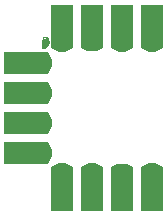
<source format=gbs>
G04 DipTrace 3.0.0.2*
G04 ECGNCHADCBFR0402.gbs*
%MOIN*%
G04 #@! TF.FileFunction,Soldermask,Bot*
G04 #@! TF.Part,Single*
%AMOUTLINE1*
4,1,6,
-0.037402,-0.006241,
-0.037402,0.018406,
0.037402,0.018406,
0.037402,-0.006241,
0.013748,-0.018406,
-0.013748,-0.018406,
-0.037402,-0.006241,
0*%
%AMOUTLINE4*
4,1,6,
0.037402,0.006241,
0.037402,-0.018406,
-0.037402,-0.018406,
-0.037402,0.006241,
-0.013748,0.018406,
0.013748,0.018406,
0.037402,0.006241,
0*%
%AMOUTLINE7*
4,1,6,
0.037402,0.006143,
0.037402,-0.018307,
-0.037402,-0.018307,
-0.037402,0.006143,
-0.013748,0.018307,
0.013748,0.018307,
0.037402,0.006143,
0*%
%AMOUTLINE10*
4,1,6,
0.006241,-0.037402,
-0.018406,-0.037402,
-0.018406,0.037402,
0.006241,0.037402,
0.018406,0.013748,
0.018406,-0.013748,
0.006241,-0.037402,
0*%
%AMOUTLINE13*
4,1,6,
-0.037402,-0.006143,
-0.037402,0.018307,
0.037402,0.018307,
0.037402,-0.006143,
0.013748,-0.018307,
-0.013748,-0.018307,
-0.037402,-0.006143,
0*%
%AMOUTLINE15*
4,1,35,
-0.01245,-0.021726,
-0.00495,-0.020573,
0.00085,-0.018223,
0.00455,-0.015223,
0.00755,-0.012223,
0.01005,-0.007793,
0.01105,-0.005223,
0.01185,-0.001474,
0.012249,0.000526,
0.01245,0.003777,
0.01155,0.006327,
0.01005,0.007827,
0.00905,0.008827,
0.00855,0.011344,
0.008749,0.012344,
0.009337,0.014344,
0.01055,0.015425,
0.007337,0.019327,
0.004337,0.017344,
0.003636,0.017344,
0.002219,0.020827,
0.00005,0.021327,
-0.00395,0.021726,
0.000249,0.011777,
0.000249,0.010526,
-0.00005,0.008827,
-0.00095,0.008425,
-0.00295,0.009226,
-0.00545,0.013777,
-0.00824,0.020526,
-0.01024,0.019526,
-0.012379,0.017026,
-0.00945,0.009526,
-0.01095,0.009777,
-0.01245,0.009777,
-0.01245,-0.021726,
0*%
%ADD68R,0.087874X0.074803*%
%ADD70R,0.070866X0.074803*%
%ADD74R,0.074803X0.087874*%
%ADD78R,0.074803X0.070866*%
%ADD93OUTLINE1*%
%ADD96OUTLINE4*%
%ADD99OUTLINE7*%
%ADD102OUTLINE10*%
%ADD105OUTLINE13*%
%ADD107OUTLINE15*%
%FSLAX26Y26*%
G04*
G70*
G90*
G75*
G01*
G04 BotMask*
%LPD*%
D78*
X350000Y550000D3*
X450000D3*
D93*
Y504232D3*
X350000D3*
D74*
Y600000D3*
X450000D3*
D78*
X350000Y50000D3*
X450000D3*
D74*
X350000Y0D3*
X450000D3*
D96*
Y95768D3*
D99*
X350000Y95866D3*
D70*
X50000Y150000D3*
Y250000D3*
Y350000D3*
Y450000D3*
D102*
X95768Y250000D3*
Y150000D3*
Y450000D3*
Y350000D3*
D68*
X0Y450000D3*
Y350000D3*
Y250000D3*
Y150000D3*
D78*
X250000Y50000D3*
X150000D3*
D96*
Y95768D3*
X250000D3*
D74*
Y0D3*
X150000D3*
D78*
X250000Y550000D3*
X150000D3*
D74*
X250000Y600000D3*
X150000D3*
D93*
Y504232D3*
D105*
X250000Y504134D3*
D107*
X95344Y515021D3*
M02*

</source>
